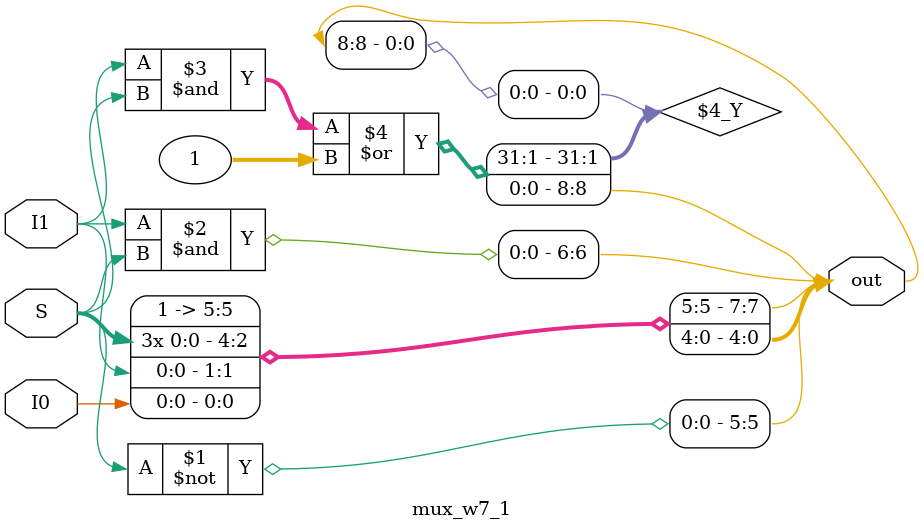
<source format=v>
module mux_w7_1(S,I0,I1,out);
	input S, I0, I1;
	output [8:0] out;
	assign out[0] = I0;
	assign out[1] = I1;
	assign out[2] = S;
	assign out[3] = S;
	assign out[4] = S;
	assign out[5] = ~S;
	assign out[6] = I1 & S;
	assign out[7] = 1;
	assign out[8] = (I1 & S) | (1);
endmodule

</source>
